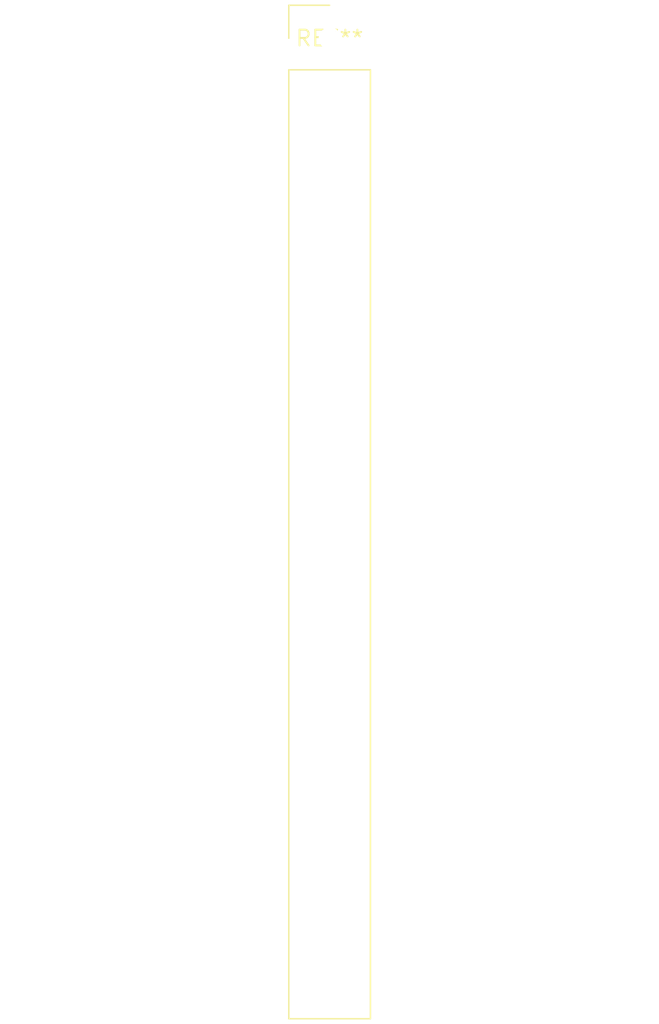
<source format=kicad_pcb>
(kicad_pcb (version 20240108) (generator pcbnew)
  (layers (0 "F.Cu" signal) (31 "B.Cu" signal) (34 "B.Paste" user) (35 "F.Paste" user) (36 "B.SilkS" user "B.Silkscreen") (37 "F.SilkS" user "F.Silkscreen") (38 "B.Mask" user) (39 "F.Mask" user) (44 "Edge.Cuts" user))
  (net 0 "")
  (footprint "Samtec_HPM-16-01-x-S_Straight_1x16_Pitch5.08mm" (layer "F.Cu") (at 0 0)
    (property "Reference" "REF**")
    (property "Value" "Samtec_HPM-16-01-x-S_Straight_1x16_Pitch5.08mm")
    (fp_line (start -3.285 -2.65) (end 0 -2.65) (layer "F.SilkS") (stroke (width 0.12)))
    (fp_line (start -3.285 0) (end -3.285 -2.65) (layer "F.SilkS") (stroke (width 0.12)))
    (fp_line (start -3.285 2.54) (end -3.285 78.85) (layer "F.SilkS") (stroke (width 0.12)))
    (fp_line (start -3.285 2.54) (end 3.285 2.54) (layer "F.SilkS") (stroke (width 0.12)))
    (fp_line (start -3.285 78.85) (end 3.285 78.85) (layer "F.SilkS") (stroke (width 0.12)))
    (fp_line (start 3.285 2.54) (end 3.285 78.85) (layer "F.SilkS") (stroke (width 0.12)))
    (pad "1" thru_hole rect (at 0 0) (size 2.8 2.8) (drill 1.75) (layers *.Cu *.Mask) (remove_unused_layers))
    (pad "2" thru_hole circle (at 0 5.08) (size 2.8 2.8) (drill 1.75) (layers *.Cu *.Mask) (remove_unused_layers))
    (pad "3" thru_hole circle (at 0 10.16) (size 2.8 2.8) (drill 1.75) (layers *.Cu *.Mask) (remove_unused_layers))
    (pad "4" thru_hole circle (at 0 15.24) (size 2.8 2.8) (drill 1.75) (layers *.Cu *.Mask) (remove_unused_layers))
    (pad "5" thru_hole circle (at 0 20.32) (size 2.8 2.8) (drill 1.75) (layers *.Cu *.Mask) (remove_unused_layers))
    (pad "6" thru_hole circle (at 0 25.4) (size 2.8 2.8) (drill 1.75) (layers *.Cu *.Mask) (remove_unused_layers))
    (pad "7" thru_hole circle (at 0 30.48) (size 2.8 2.8) (drill 1.75) (layers *.Cu *.Mask) (remove_unused_layers))
    (pad "8" thru_hole circle (at 0 35.56) (size 2.8 2.8) (drill 1.75) (layers *.Cu *.Mask) (remove_unused_layers))
    (pad "9" thru_hole circle (at 0 40.64) (size 2.8 2.8) (drill 1.75) (layers *.Cu *.Mask) (remove_unused_layers))
    (pad "10" thru_hole circle (at 0 45.72) (size 2.8 2.8) (drill 1.75) (layers *.Cu *.Mask) (remove_unused_layers))
    (pad "11" thru_hole circle (at 0 50.8) (size 2.8 2.8) (drill 1.75) (layers *.Cu *.Mask) (remove_unused_layers))
    (pad "12" thru_hole circle (at 0 55.88) (size 2.8 2.8) (drill 1.75) (layers *.Cu *.Mask) (remove_unused_layers))
    (pad "13" thru_hole circle (at 0 60.96) (size 2.8 2.8) (drill 1.75) (layers *.Cu *.Mask) (remove_unused_layers))
    (pad "14" thru_hole circle (at 0 66.04) (size 2.8 2.8) (drill 1.75) (layers *.Cu *.Mask) (remove_unused_layers))
    (pad "15" thru_hole circle (at 0 71.12) (size 2.8 2.8) (drill 1.75) (layers *.Cu *.Mask) (remove_unused_layers))
    (pad "16" thru_hole circle (at 0 76.2) (size 2.8 2.8) (drill 1.75) (layers *.Cu *.Mask) (remove_unused_layers))
  )
)
</source>
